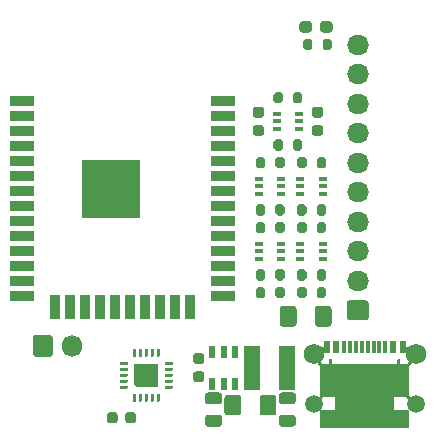
<source format=gbr>
%TF.GenerationSoftware,KiCad,Pcbnew,(5.1.9-0-10_14)*%
%TF.CreationDate,2021-06-18T08:49:31+01:00*%
%TF.ProjectId,Bell,42656c6c-2e6b-4696-9361-645f70636258,1*%
%TF.SameCoordinates,Original*%
%TF.FileFunction,Soldermask,Top*%
%TF.FilePolarity,Negative*%
%FSLAX46Y46*%
G04 Gerber Fmt 4.6, Leading zero omitted, Abs format (unit mm)*
G04 Created by KiCad (PCBNEW (5.1.9-0-10_14)) date 2021-06-18 08:49:31*
%MOMM*%
%LPD*%
G01*
G04 APERTURE LIST*
%ADD10C,0.100000*%
%ADD11R,0.600000X1.140000*%
%ADD12C,1.500000*%
%ADD13C,1.750000*%
%ADD14R,0.300000X1.140000*%
%ADD15C,0.350000*%
%ADD16O,1.850000X1.700000*%
%ADD17R,0.650000X0.400000*%
%ADD18R,2.000000X0.900000*%
%ADD19R,0.900000X2.000000*%
%ADD20R,5.000000X5.000000*%
%ADD21R,0.600000X1.100000*%
%ADD22R,1.425000X3.700000*%
%ADD23O,1.700000X1.850000*%
G04 APERTURE END LIST*
D10*
%TO.C,J1*%
G36*
X98813071Y-61015685D02*
G01*
X98825139Y-61017555D01*
X98836968Y-61020591D01*
X98848444Y-61024769D01*
X98859457Y-61030047D01*
X98869903Y-61036373D01*
X98879681Y-61043688D01*
X98888699Y-61051924D01*
X98896871Y-61061001D01*
X98904118Y-61070830D01*
X98910370Y-61081320D01*
X98915570Y-61092371D01*
X98919666Y-61103875D01*
X98922620Y-61115725D01*
X98924404Y-61127807D01*
X98925000Y-61140005D01*
X98924402Y-61152203D01*
X98922618Y-61164284D01*
X98919663Y-61176134D01*
X98915566Y-61187638D01*
X98910366Y-61198688D01*
X98904112Y-61209178D01*
X98896865Y-61219007D01*
X98888692Y-61228082D01*
X98879674Y-61236317D01*
X98869895Y-61243632D01*
X98859449Y-61249958D01*
X98848435Y-61255235D01*
X98836959Y-61259411D01*
X98825129Y-61262447D01*
X98813061Y-61264315D01*
X98800868Y-61264997D01*
X98792977Y-61265052D01*
X98723107Y-61269448D01*
X98656573Y-61280224D01*
X98591405Y-61297443D01*
X98528238Y-61320934D01*
X98467665Y-61350477D01*
X98410261Y-61385792D01*
X98356576Y-61426541D01*
X98307120Y-61472337D01*
X98262373Y-61522737D01*
X98222754Y-61577269D01*
X98188653Y-61635392D01*
X98160381Y-61696580D01*
X98138216Y-61760228D01*
X98122368Y-61825739D01*
X98112988Y-61892476D01*
X98110166Y-61959813D01*
X98113929Y-62027106D01*
X98124240Y-62093718D01*
X98141001Y-62158998D01*
X98162742Y-62218729D01*
X98164112Y-62220691D01*
X98411285Y-62510000D01*
X99001371Y-62510000D01*
X98985529Y-62258200D01*
X98985431Y-62256458D01*
X98985431Y-62253835D01*
X98985285Y-62251225D01*
X98985003Y-62210874D01*
X98985003Y-62209129D01*
X98985685Y-62196934D01*
X98987553Y-62184866D01*
X98990590Y-62173038D01*
X98994767Y-62161561D01*
X99000044Y-62150548D01*
X99006370Y-62140102D01*
X99013685Y-62130323D01*
X99021920Y-62121304D01*
X99030996Y-62113133D01*
X99040826Y-62105885D01*
X99051315Y-62099632D01*
X99062365Y-62094432D01*
X99073870Y-62090336D01*
X99085719Y-62087381D01*
X99097801Y-62085596D01*
X99109999Y-62085000D01*
X99122197Y-62085597D01*
X99134279Y-62087380D01*
X99146129Y-62090335D01*
X99157633Y-62094431D01*
X99168683Y-62099631D01*
X99179173Y-62105884D01*
X99189003Y-62113132D01*
X99198078Y-62121303D01*
X99206314Y-62130321D01*
X99213629Y-62140100D01*
X99219955Y-62150546D01*
X99225232Y-62161560D01*
X99229410Y-62173036D01*
X99232446Y-62184865D01*
X99234315Y-62196933D01*
X99234997Y-62209126D01*
X99235255Y-62245993D01*
X99251865Y-62510000D01*
X104747196Y-62510000D01*
X104751655Y-62479804D01*
X104765149Y-62203894D01*
X104765246Y-62202151D01*
X104766608Y-62190014D01*
X104769148Y-62178069D01*
X104772840Y-62166429D01*
X104777651Y-62155203D01*
X104783534Y-62144502D01*
X104790434Y-62134425D01*
X104798283Y-62125070D01*
X104807009Y-62116525D01*
X104816527Y-62108873D01*
X104826746Y-62102185D01*
X104837569Y-62096528D01*
X104848892Y-62091953D01*
X104860607Y-62088505D01*
X104872603Y-62086216D01*
X104884766Y-62085109D01*
X104896978Y-62085195D01*
X104909123Y-62086472D01*
X104921087Y-62088927D01*
X104932753Y-62092538D01*
X104944010Y-62097271D01*
X104954753Y-62103080D01*
X104964878Y-62109908D01*
X104974288Y-62117693D01*
X104982893Y-62126359D01*
X104990612Y-62135822D01*
X104997370Y-62145995D01*
X105003103Y-62156778D01*
X105007757Y-62168069D01*
X105011287Y-62179760D01*
X105013659Y-62191740D01*
X105014850Y-62203894D01*
X105014851Y-62216106D01*
X105001058Y-62498121D01*
X105000961Y-62499864D01*
X105000371Y-62505118D01*
X104999893Y-62510000D01*
X105590209Y-62510000D01*
X105631934Y-62467229D01*
X105843014Y-62203671D01*
X105861783Y-62149774D01*
X105877632Y-62084261D01*
X105887012Y-62017524D01*
X105889834Y-61950187D01*
X105886071Y-61882894D01*
X105875760Y-61816286D01*
X105858998Y-61751002D01*
X105835949Y-61687677D01*
X105806825Y-61626888D01*
X105771912Y-61569239D01*
X105731542Y-61515276D01*
X105686093Y-61465504D01*
X105636003Y-61420402D01*
X105581756Y-61380408D01*
X105523866Y-61345899D01*
X105462879Y-61317200D01*
X105399392Y-61294594D01*
X105333993Y-61278288D01*
X105267319Y-61268442D01*
X105193893Y-61264851D01*
X105192151Y-61264754D01*
X105180014Y-61263392D01*
X105168069Y-61260852D01*
X105156428Y-61257160D01*
X105145203Y-61252349D01*
X105134502Y-61246465D01*
X105124425Y-61239566D01*
X105115070Y-61231716D01*
X105106525Y-61222990D01*
X105098873Y-61213472D01*
X105092185Y-61203253D01*
X105086528Y-61192431D01*
X105081953Y-61181108D01*
X105078505Y-61169393D01*
X105076216Y-61157396D01*
X105075109Y-61145234D01*
X105075195Y-61133021D01*
X105076472Y-61120876D01*
X105078927Y-61108913D01*
X105082538Y-61097246D01*
X105087271Y-61085989D01*
X105093080Y-61075246D01*
X105099909Y-61065122D01*
X105107694Y-61055712D01*
X105116359Y-61047107D01*
X105125823Y-61039388D01*
X105135995Y-61032630D01*
X105146778Y-61026897D01*
X105158069Y-61022243D01*
X105169760Y-61018713D01*
X105181740Y-61016341D01*
X105193894Y-61015150D01*
X105206107Y-61015149D01*
X105285637Y-61019039D01*
X105287379Y-61019136D01*
X105292633Y-61019726D01*
X105297791Y-61020231D01*
X105376561Y-61031863D01*
X105378286Y-61032130D01*
X105383412Y-61033219D01*
X105388541Y-61034235D01*
X105465801Y-61053498D01*
X105467491Y-61053932D01*
X105472486Y-61055516D01*
X105477492Y-61057028D01*
X105552504Y-61083738D01*
X105554143Y-61084335D01*
X105558953Y-61086396D01*
X105563795Y-61088392D01*
X105635841Y-61122295D01*
X105637415Y-61123049D01*
X105642033Y-61125587D01*
X105646624Y-61128028D01*
X105715019Y-61168799D01*
X105716511Y-61169702D01*
X105720861Y-61172680D01*
X105725191Y-61175557D01*
X105789281Y-61222808D01*
X105790678Y-61223853D01*
X105794687Y-61227217D01*
X105798746Y-61230527D01*
X105857918Y-61283807D01*
X105859207Y-61284983D01*
X105862874Y-61288729D01*
X105866584Y-61292412D01*
X105920275Y-61351211D01*
X105921442Y-61352507D01*
X105924742Y-61356612D01*
X105928059Y-61360621D01*
X105975757Y-61424380D01*
X105976793Y-61425784D01*
X105979670Y-61430181D01*
X105982586Y-61434504D01*
X106023834Y-61502612D01*
X106024728Y-61504111D01*
X106027154Y-61508753D01*
X106029644Y-61513357D01*
X106064048Y-61585166D01*
X106064791Y-61586744D01*
X106066775Y-61591656D01*
X106068779Y-61596422D01*
X106096013Y-61671244D01*
X106096599Y-61672888D01*
X106098087Y-61677945D01*
X106099625Y-61682912D01*
X106119427Y-61760035D01*
X106119849Y-61761728D01*
X106120831Y-61766874D01*
X106121883Y-61771999D01*
X106125392Y-61794668D01*
X106190027Y-61695484D01*
X106190990Y-61694029D01*
X106198287Y-61684235D01*
X106206505Y-61675202D01*
X106215565Y-61667013D01*
X106225381Y-61659747D01*
X106235859Y-61653474D01*
X106246899Y-61648253D01*
X106258395Y-61644134D01*
X106270240Y-61641157D01*
X106282318Y-61639351D01*
X106294515Y-61638730D01*
X106306714Y-61639304D01*
X106318798Y-61641064D01*
X106330653Y-61643996D01*
X106342166Y-61648071D01*
X106353227Y-61653250D01*
X106363729Y-61659483D01*
X106373572Y-61666712D01*
X106382663Y-61674866D01*
X106390916Y-61683869D01*
X106398249Y-61693633D01*
X106404596Y-61704068D01*
X106409893Y-61715071D01*
X106414092Y-61726539D01*
X106417151Y-61738362D01*
X106419043Y-61750427D01*
X106419748Y-61762619D01*
X106419260Y-61774822D01*
X106417583Y-61786918D01*
X106414734Y-61798794D01*
X106410739Y-61810335D01*
X106405638Y-61821430D01*
X106399479Y-61831976D01*
X106134173Y-62239097D01*
X106133210Y-62240552D01*
X106130060Y-62244779D01*
X106127013Y-62248991D01*
X106059808Y-62332904D01*
X106035728Y-62385018D01*
X106034985Y-62386597D01*
X106032485Y-62391220D01*
X106030070Y-62395840D01*
X105989777Y-62464518D01*
X105988884Y-62466017D01*
X105985937Y-62470386D01*
X105983089Y-62474738D01*
X105936287Y-62539156D01*
X105935251Y-62540560D01*
X105931897Y-62544614D01*
X105928635Y-62548672D01*
X105875770Y-62608216D01*
X105874603Y-62609513D01*
X105870877Y-62613213D01*
X105867225Y-62616943D01*
X105808802Y-62671042D01*
X105807513Y-62672219D01*
X105803473Y-62675514D01*
X105799448Y-62678892D01*
X105750000Y-62716425D01*
X105750000Y-65237838D01*
X105918597Y-65361232D01*
X105919998Y-65362272D01*
X105924021Y-65365624D01*
X105928089Y-65368918D01*
X106373053Y-65766762D01*
X106374346Y-65767934D01*
X106376033Y-65769645D01*
X106377816Y-65771250D01*
X106408080Y-65801305D01*
X106409310Y-65802543D01*
X106417419Y-65811676D01*
X106424596Y-65821556D01*
X106430776Y-65832089D01*
X106435899Y-65843176D01*
X106439915Y-65854709D01*
X106442786Y-65866579D01*
X106444486Y-65878672D01*
X106444997Y-65890874D01*
X106444315Y-65903068D01*
X106442447Y-65915137D01*
X106439409Y-65926965D01*
X106435233Y-65938441D01*
X106429956Y-65949454D01*
X106423630Y-65959900D01*
X106416314Y-65969680D01*
X106408079Y-65978698D01*
X106399003Y-65986869D01*
X106389173Y-65994116D01*
X106378683Y-66000370D01*
X106367633Y-66005569D01*
X106356128Y-66009666D01*
X106344279Y-66012620D01*
X106332197Y-66014404D01*
X106319999Y-66015000D01*
X106307802Y-66014404D01*
X106295720Y-66012619D01*
X106283871Y-66009665D01*
X106272366Y-66005568D01*
X106261315Y-66000368D01*
X106250826Y-65994114D01*
X106240996Y-65986867D01*
X106231920Y-65978696D01*
X106203984Y-65950954D01*
X105766015Y-65559363D01*
X105466293Y-65340000D01*
X104500000Y-65340000D01*
X104500000Y-66440000D01*
X105750000Y-66440000D01*
X105750000Y-68000000D01*
X98250000Y-68000000D01*
X98250000Y-66440000D01*
X99500000Y-66440000D01*
X99500000Y-65340000D01*
X98532537Y-65340000D01*
X98201610Y-65585769D01*
X97763965Y-65982601D01*
X97762664Y-65983764D01*
X97753119Y-65991383D01*
X97742877Y-65998034D01*
X97732035Y-66003655D01*
X97720696Y-66008190D01*
X97708968Y-66011597D01*
X97696964Y-66013843D01*
X97684799Y-66014908D01*
X97672587Y-66014780D01*
X97660445Y-66013461D01*
X97648491Y-66010964D01*
X97636838Y-66007311D01*
X97625596Y-66002540D01*
X97614874Y-65996694D01*
X97604773Y-65989830D01*
X97595390Y-65982012D01*
X97586815Y-65973316D01*
X97579130Y-65963826D01*
X97572407Y-65953630D01*
X97566711Y-65942827D01*
X97562097Y-65931520D01*
X97558608Y-65919817D01*
X97556278Y-65907829D01*
X97555129Y-65895670D01*
X97555172Y-65883458D01*
X97556405Y-65871308D01*
X97558819Y-65859337D01*
X97562390Y-65847658D01*
X97567083Y-65836383D01*
X97572854Y-65825620D01*
X97579648Y-65815472D01*
X97587400Y-65806035D01*
X97596035Y-65797399D01*
X98038211Y-65396459D01*
X98039512Y-65395296D01*
X98043633Y-65392006D01*
X98047648Y-65388708D01*
X98250000Y-65238428D01*
X98250000Y-62716152D01*
X98210719Y-62687192D01*
X98209321Y-62686147D01*
X98205304Y-62682776D01*
X98201254Y-62679473D01*
X98142081Y-62626193D01*
X98140793Y-62625016D01*
X98137146Y-62621292D01*
X98133416Y-62617588D01*
X98079725Y-62558789D01*
X98078557Y-62557492D01*
X98075254Y-62553384D01*
X98071941Y-62549379D01*
X98024243Y-62485620D01*
X98023207Y-62484216D01*
X98020330Y-62479819D01*
X98017414Y-62475496D01*
X97976166Y-62407388D01*
X97975272Y-62405889D01*
X97972839Y-62401235D01*
X97970356Y-62396643D01*
X97944756Y-62343209D01*
X97684504Y-61970276D01*
X97683516Y-61968838D01*
X97681696Y-61965845D01*
X97679764Y-61962950D01*
X97572752Y-61784209D01*
X97571866Y-61782706D01*
X97566263Y-61771854D01*
X97561746Y-61760508D01*
X97558357Y-61748775D01*
X97556129Y-61736767D01*
X97555085Y-61724600D01*
X97555232Y-61712388D01*
X97556570Y-61700250D01*
X97559087Y-61688299D01*
X97562758Y-61676651D01*
X97567547Y-61665417D01*
X97573410Y-61654705D01*
X97580290Y-61644615D01*
X97588122Y-61635245D01*
X97596831Y-61626683D01*
X97606335Y-61619012D01*
X97616541Y-61612306D01*
X97627353Y-61606628D01*
X97638668Y-61602031D01*
X97650377Y-61598561D01*
X97662368Y-61596250D01*
X97674528Y-61595120D01*
X97686740Y-61595182D01*
X97698888Y-61596435D01*
X97710856Y-61598869D01*
X97722529Y-61602457D01*
X97733796Y-61607169D01*
X97744550Y-61612957D01*
X97754687Y-61619766D01*
X97764112Y-61627533D01*
X97772734Y-61636183D01*
X97780470Y-61645632D01*
X97787248Y-61655791D01*
X97873540Y-61799923D01*
X97875653Y-61784887D01*
X97875907Y-61783160D01*
X97876970Y-61777980D01*
X97877941Y-61772891D01*
X97896664Y-61695499D01*
X97897086Y-61693806D01*
X97898636Y-61688801D01*
X97900112Y-61683784D01*
X97926298Y-61608588D01*
X97926883Y-61606944D01*
X97928917Y-61602105D01*
X97930873Y-61597264D01*
X97964272Y-61524983D01*
X97965015Y-61523404D01*
X97967506Y-61518797D01*
X97969930Y-61514160D01*
X98010223Y-61445482D01*
X98011116Y-61443983D01*
X98014053Y-61439628D01*
X98016910Y-61435262D01*
X98063713Y-61370845D01*
X98064748Y-61369440D01*
X98068110Y-61365377D01*
X98071365Y-61361328D01*
X98124230Y-61301784D01*
X98125397Y-61300487D01*
X98129143Y-61296767D01*
X98132775Y-61293058D01*
X98191198Y-61238958D01*
X98192486Y-61237781D01*
X98196567Y-61234453D01*
X98200553Y-61231108D01*
X98263977Y-61182966D01*
X98265374Y-61181921D01*
X98269740Y-61179020D01*
X98274054Y-61176066D01*
X98341873Y-61134344D01*
X98343366Y-61133440D01*
X98348017Y-61130967D01*
X98352575Y-61128461D01*
X98424140Y-61093556D01*
X98425714Y-61092802D01*
X98430567Y-61090802D01*
X98435366Y-61088745D01*
X98509998Y-61060989D01*
X98511638Y-61060392D01*
X98516661Y-61058876D01*
X98521638Y-61057297D01*
X98598621Y-61036957D01*
X98600311Y-61036523D01*
X98605470Y-61035502D01*
X98610566Y-61034418D01*
X98689167Y-61021687D01*
X98690891Y-61021420D01*
X98696128Y-61020906D01*
X98701304Y-61020326D01*
X98780772Y-61015326D01*
X98782514Y-61015228D01*
X98785143Y-61015228D01*
X98787753Y-61015082D01*
X98799132Y-61015003D01*
X98800877Y-61015003D01*
X98813071Y-61015685D01*
G37*
D11*
X99600000Y-61140000D03*
X104400000Y-61140000D03*
D12*
X106320000Y-65890000D03*
X97680000Y-65890000D03*
D13*
X106320000Y-61720000D03*
X97680000Y-61720000D03*
D14*
X102250000Y-61140000D03*
X101750000Y-61140000D03*
X102750000Y-61140000D03*
X101250000Y-61140000D03*
X103250000Y-61140000D03*
X100750000Y-61140000D03*
X103750000Y-61140000D03*
X100250000Y-61140000D03*
D11*
X105200000Y-61140000D03*
X98800000Y-61140000D03*
%TD*%
D15*
%TO.C,U2*%
X83500000Y-63500000D03*
D10*
G36*
X84500000Y-62500000D02*
G01*
X84500000Y-64500000D01*
X82750000Y-64500000D01*
X82500000Y-64250000D01*
X82500000Y-62500000D01*
X84500000Y-62500000D01*
G37*
G36*
G01*
X81887500Y-64625000D02*
X81312500Y-64625000D01*
G75*
G02*
X81250000Y-64562500I0J62500D01*
G01*
X81250000Y-64437500D01*
G75*
G02*
X81312500Y-64375000I62500J0D01*
G01*
X81887500Y-64375000D01*
G75*
G02*
X81950000Y-64437500I0J-62500D01*
G01*
X81950000Y-64562500D01*
G75*
G02*
X81887500Y-64625000I-62500J0D01*
G01*
G37*
G36*
G01*
X81887500Y-64125000D02*
X81312500Y-64125000D01*
G75*
G02*
X81250000Y-64062500I0J62500D01*
G01*
X81250000Y-63937500D01*
G75*
G02*
X81312500Y-63875000I62500J0D01*
G01*
X81887500Y-63875000D01*
G75*
G02*
X81950000Y-63937500I0J-62500D01*
G01*
X81950000Y-64062500D01*
G75*
G02*
X81887500Y-64125000I-62500J0D01*
G01*
G37*
G36*
G01*
X81887500Y-63625000D02*
X81312500Y-63625000D01*
G75*
G02*
X81250000Y-63562500I0J62500D01*
G01*
X81250000Y-63437500D01*
G75*
G02*
X81312500Y-63375000I62500J0D01*
G01*
X81887500Y-63375000D01*
G75*
G02*
X81950000Y-63437500I0J-62500D01*
G01*
X81950000Y-63562500D01*
G75*
G02*
X81887500Y-63625000I-62500J0D01*
G01*
G37*
G36*
G01*
X81887500Y-63125000D02*
X81312500Y-63125000D01*
G75*
G02*
X81250000Y-63062500I0J62500D01*
G01*
X81250000Y-62937500D01*
G75*
G02*
X81312500Y-62875000I62500J0D01*
G01*
X81887500Y-62875000D01*
G75*
G02*
X81950000Y-62937500I0J-62500D01*
G01*
X81950000Y-63062500D01*
G75*
G02*
X81887500Y-63125000I-62500J0D01*
G01*
G37*
G36*
G01*
X81887500Y-62625000D02*
X81312500Y-62625000D01*
G75*
G02*
X81250000Y-62562500I0J62500D01*
G01*
X81250000Y-62437500D01*
G75*
G02*
X81312500Y-62375000I62500J0D01*
G01*
X81887500Y-62375000D01*
G75*
G02*
X81950000Y-62437500I0J-62500D01*
G01*
X81950000Y-62562500D01*
G75*
G02*
X81887500Y-62625000I-62500J0D01*
G01*
G37*
G36*
G01*
X82562500Y-61950000D02*
X82437500Y-61950000D01*
G75*
G02*
X82375000Y-61887500I0J62500D01*
G01*
X82375000Y-61312500D01*
G75*
G02*
X82437500Y-61250000I62500J0D01*
G01*
X82562500Y-61250000D01*
G75*
G02*
X82625000Y-61312500I0J-62500D01*
G01*
X82625000Y-61887500D01*
G75*
G02*
X82562500Y-61950000I-62500J0D01*
G01*
G37*
G36*
G01*
X83062500Y-61950000D02*
X82937500Y-61950000D01*
G75*
G02*
X82875000Y-61887500I0J62500D01*
G01*
X82875000Y-61312500D01*
G75*
G02*
X82937500Y-61250000I62500J0D01*
G01*
X83062500Y-61250000D01*
G75*
G02*
X83125000Y-61312500I0J-62500D01*
G01*
X83125000Y-61887500D01*
G75*
G02*
X83062500Y-61950000I-62500J0D01*
G01*
G37*
G36*
G01*
X83562500Y-61950000D02*
X83437500Y-61950000D01*
G75*
G02*
X83375000Y-61887500I0J62500D01*
G01*
X83375000Y-61312500D01*
G75*
G02*
X83437500Y-61250000I62500J0D01*
G01*
X83562500Y-61250000D01*
G75*
G02*
X83625000Y-61312500I0J-62500D01*
G01*
X83625000Y-61887500D01*
G75*
G02*
X83562500Y-61950000I-62500J0D01*
G01*
G37*
G36*
G01*
X84062500Y-61950000D02*
X83937500Y-61950000D01*
G75*
G02*
X83875000Y-61887500I0J62500D01*
G01*
X83875000Y-61312500D01*
G75*
G02*
X83937500Y-61250000I62500J0D01*
G01*
X84062500Y-61250000D01*
G75*
G02*
X84125000Y-61312500I0J-62500D01*
G01*
X84125000Y-61887500D01*
G75*
G02*
X84062500Y-61950000I-62500J0D01*
G01*
G37*
G36*
G01*
X84562500Y-61950000D02*
X84437500Y-61950000D01*
G75*
G02*
X84375000Y-61887500I0J62500D01*
G01*
X84375000Y-61312500D01*
G75*
G02*
X84437500Y-61250000I62500J0D01*
G01*
X84562500Y-61250000D01*
G75*
G02*
X84625000Y-61312500I0J-62500D01*
G01*
X84625000Y-61887500D01*
G75*
G02*
X84562500Y-61950000I-62500J0D01*
G01*
G37*
G36*
G01*
X85687500Y-62625000D02*
X85112500Y-62625000D01*
G75*
G02*
X85050000Y-62562500I0J62500D01*
G01*
X85050000Y-62437500D01*
G75*
G02*
X85112500Y-62375000I62500J0D01*
G01*
X85687500Y-62375000D01*
G75*
G02*
X85750000Y-62437500I0J-62500D01*
G01*
X85750000Y-62562500D01*
G75*
G02*
X85687500Y-62625000I-62500J0D01*
G01*
G37*
G36*
G01*
X85687500Y-63125000D02*
X85112500Y-63125000D01*
G75*
G02*
X85050000Y-63062500I0J62500D01*
G01*
X85050000Y-62937500D01*
G75*
G02*
X85112500Y-62875000I62500J0D01*
G01*
X85687500Y-62875000D01*
G75*
G02*
X85750000Y-62937500I0J-62500D01*
G01*
X85750000Y-63062500D01*
G75*
G02*
X85687500Y-63125000I-62500J0D01*
G01*
G37*
G36*
G01*
X85687500Y-63625000D02*
X85112500Y-63625000D01*
G75*
G02*
X85050000Y-63562500I0J62500D01*
G01*
X85050000Y-63437500D01*
G75*
G02*
X85112500Y-63375000I62500J0D01*
G01*
X85687500Y-63375000D01*
G75*
G02*
X85750000Y-63437500I0J-62500D01*
G01*
X85750000Y-63562500D01*
G75*
G02*
X85687500Y-63625000I-62500J0D01*
G01*
G37*
G36*
G01*
X85687500Y-64125000D02*
X85112500Y-64125000D01*
G75*
G02*
X85050000Y-64062500I0J62500D01*
G01*
X85050000Y-63937500D01*
G75*
G02*
X85112500Y-63875000I62500J0D01*
G01*
X85687500Y-63875000D01*
G75*
G02*
X85750000Y-63937500I0J-62500D01*
G01*
X85750000Y-64062500D01*
G75*
G02*
X85687500Y-64125000I-62500J0D01*
G01*
G37*
G36*
G01*
X85687500Y-64625000D02*
X85112500Y-64625000D01*
G75*
G02*
X85050000Y-64562500I0J62500D01*
G01*
X85050000Y-64437500D01*
G75*
G02*
X85112500Y-64375000I62500J0D01*
G01*
X85687500Y-64375000D01*
G75*
G02*
X85750000Y-64437500I0J-62500D01*
G01*
X85750000Y-64562500D01*
G75*
G02*
X85687500Y-64625000I-62500J0D01*
G01*
G37*
G36*
G01*
X84562500Y-65750000D02*
X84437500Y-65750000D01*
G75*
G02*
X84375000Y-65687500I0J62500D01*
G01*
X84375000Y-65112500D01*
G75*
G02*
X84437500Y-65050000I62500J0D01*
G01*
X84562500Y-65050000D01*
G75*
G02*
X84625000Y-65112500I0J-62500D01*
G01*
X84625000Y-65687500D01*
G75*
G02*
X84562500Y-65750000I-62500J0D01*
G01*
G37*
G36*
G01*
X84062500Y-65750000D02*
X83937500Y-65750000D01*
G75*
G02*
X83875000Y-65687500I0J62500D01*
G01*
X83875000Y-65112500D01*
G75*
G02*
X83937500Y-65050000I62500J0D01*
G01*
X84062500Y-65050000D01*
G75*
G02*
X84125000Y-65112500I0J-62500D01*
G01*
X84125000Y-65687500D01*
G75*
G02*
X84062500Y-65750000I-62500J0D01*
G01*
G37*
G36*
G01*
X83562500Y-65750000D02*
X83437500Y-65750000D01*
G75*
G02*
X83375000Y-65687500I0J62500D01*
G01*
X83375000Y-65112500D01*
G75*
G02*
X83437500Y-65050000I62500J0D01*
G01*
X83562500Y-65050000D01*
G75*
G02*
X83625000Y-65112500I0J-62500D01*
G01*
X83625000Y-65687500D01*
G75*
G02*
X83562500Y-65750000I-62500J0D01*
G01*
G37*
G36*
G01*
X83062500Y-65750000D02*
X82937500Y-65750000D01*
G75*
G02*
X82875000Y-65687500I0J62500D01*
G01*
X82875000Y-65112500D01*
G75*
G02*
X82937500Y-65050000I62500J0D01*
G01*
X83062500Y-65050000D01*
G75*
G02*
X83125000Y-65112500I0J-62500D01*
G01*
X83125000Y-65687500D01*
G75*
G02*
X83062500Y-65750000I-62500J0D01*
G01*
G37*
G36*
G01*
X82562500Y-65750000D02*
X82437500Y-65750000D01*
G75*
G02*
X82375000Y-65687500I0J62500D01*
G01*
X82375000Y-65112500D01*
G75*
G02*
X82437500Y-65050000I62500J0D01*
G01*
X82562500Y-65050000D01*
G75*
G02*
X82625000Y-65112500I0J-62500D01*
G01*
X82625000Y-65687500D01*
G75*
G02*
X82562500Y-65750000I-62500J0D01*
G01*
G37*
%TD*%
%TO.C,R1*%
G36*
G01*
X95925000Y-40275000D02*
X95925000Y-39725000D01*
G75*
G02*
X96125000Y-39525000I200000J0D01*
G01*
X96525000Y-39525000D01*
G75*
G02*
X96725000Y-39725000I0J-200000D01*
G01*
X96725000Y-40275000D01*
G75*
G02*
X96525000Y-40475000I-200000J0D01*
G01*
X96125000Y-40475000D01*
G75*
G02*
X95925000Y-40275000I0J200000D01*
G01*
G37*
G36*
G01*
X94275000Y-40275000D02*
X94275000Y-39725000D01*
G75*
G02*
X94475000Y-39525000I200000J0D01*
G01*
X94875000Y-39525000D01*
G75*
G02*
X95075000Y-39725000I0J-200000D01*
G01*
X95075000Y-40275000D01*
G75*
G02*
X94875000Y-40475000I-200000J0D01*
G01*
X94475000Y-40475000D01*
G75*
G02*
X94275000Y-40275000I0J200000D01*
G01*
G37*
%TD*%
D16*
%TO.C,J2*%
X101400000Y-35500000D03*
X101400000Y-38000000D03*
X101400000Y-40500000D03*
X101400000Y-43000000D03*
X101400000Y-45500000D03*
X101400000Y-48000000D03*
X101400000Y-50500000D03*
X101400000Y-53000000D03*
X101400000Y-55500000D03*
G36*
G01*
X102075000Y-58850000D02*
X100725000Y-58850000D01*
G75*
G02*
X100475000Y-58600000I0J250000D01*
G01*
X100475000Y-57400000D01*
G75*
G02*
X100725000Y-57150000I250000J0D01*
G01*
X102075000Y-57150000D01*
G75*
G02*
X102325000Y-57400000I0J-250000D01*
G01*
X102325000Y-58600000D01*
G75*
G02*
X102075000Y-58850000I-250000J0D01*
G01*
G37*
%TD*%
D17*
%TO.C,D1*%
X94550000Y-42650000D03*
X94550000Y-41350000D03*
X96450000Y-42000000D03*
X94550000Y-42000000D03*
X96450000Y-41350000D03*
X96450000Y-42650000D03*
%TD*%
%TO.C,C2*%
G36*
G01*
X97750000Y-42325000D02*
X98250000Y-42325000D01*
G75*
G02*
X98475000Y-42550000I0J-225000D01*
G01*
X98475000Y-43000000D01*
G75*
G02*
X98250000Y-43225000I-225000J0D01*
G01*
X97750000Y-43225000D01*
G75*
G02*
X97525000Y-43000000I0J225000D01*
G01*
X97525000Y-42550000D01*
G75*
G02*
X97750000Y-42325000I225000J0D01*
G01*
G37*
G36*
G01*
X97750000Y-40775000D02*
X98250000Y-40775000D01*
G75*
G02*
X98475000Y-41000000I0J-225000D01*
G01*
X98475000Y-41450000D01*
G75*
G02*
X98250000Y-41675000I-225000J0D01*
G01*
X97750000Y-41675000D01*
G75*
G02*
X97525000Y-41450000I0J225000D01*
G01*
X97525000Y-41000000D01*
G75*
G02*
X97750000Y-40775000I225000J0D01*
G01*
G37*
%TD*%
%TO.C,U9*%
X98450000Y-52350000D03*
X98450000Y-53650000D03*
X96550000Y-53000000D03*
X98450000Y-53000000D03*
X96550000Y-53650000D03*
X96550000Y-52350000D03*
%TD*%
%TO.C,U8*%
X94950000Y-52350000D03*
X94950000Y-53650000D03*
X93050000Y-53000000D03*
X94950000Y-53000000D03*
X93050000Y-53650000D03*
X93050000Y-52350000D03*
%TD*%
%TO.C,U7*%
X94950000Y-46850000D03*
X94950000Y-48150000D03*
X93050000Y-47500000D03*
X94950000Y-47500000D03*
X93050000Y-48150000D03*
X93050000Y-46850000D03*
%TD*%
%TO.C,U6*%
X98450000Y-46850000D03*
X98450000Y-48150000D03*
X96550000Y-47500000D03*
X98450000Y-47500000D03*
X96550000Y-48150000D03*
X96550000Y-46850000D03*
%TD*%
D18*
%TO.C,U1*%
X90000000Y-40245000D03*
X90000000Y-41515000D03*
X90000000Y-42785000D03*
X90000000Y-44055000D03*
X90000000Y-45325000D03*
X90000000Y-46595000D03*
X90000000Y-47865000D03*
X90000000Y-49135000D03*
X90000000Y-50405000D03*
X90000000Y-51675000D03*
X90000000Y-52945000D03*
X90000000Y-54215000D03*
X90000000Y-55485000D03*
X90000000Y-56755000D03*
D19*
X87215000Y-57755000D03*
X85945000Y-57755000D03*
X84675000Y-57755000D03*
X83405000Y-57755000D03*
X82135000Y-57755000D03*
X80865000Y-57755000D03*
X79595000Y-57755000D03*
X78325000Y-57755000D03*
X77055000Y-57755000D03*
X75785000Y-57755000D03*
D18*
X73000000Y-56755000D03*
X73000000Y-55485000D03*
X73000000Y-54215000D03*
X73000000Y-52945000D03*
X73000000Y-51675000D03*
X73000000Y-50405000D03*
X73000000Y-49135000D03*
X73000000Y-47865000D03*
X73000000Y-46595000D03*
X73000000Y-45325000D03*
X73000000Y-44055000D03*
X73000000Y-42785000D03*
X73000000Y-41515000D03*
X73000000Y-40245000D03*
D20*
X80500000Y-47745000D03*
%TD*%
D21*
%TO.C,Reg1*%
X91000000Y-61500000D03*
X89100000Y-61500000D03*
X90050000Y-61500000D03*
X89100000Y-64200000D03*
X90050000Y-64200000D03*
X91000000Y-64200000D03*
G36*
G01*
X94975000Y-64950000D02*
X95925000Y-64950000D01*
G75*
G02*
X96175000Y-65200000I0J-250000D01*
G01*
X96175000Y-65700000D01*
G75*
G02*
X95925000Y-65950000I-250000J0D01*
G01*
X94975000Y-65950000D01*
G75*
G02*
X94725000Y-65700000I0J250000D01*
G01*
X94725000Y-65200000D01*
G75*
G02*
X94975000Y-64950000I250000J0D01*
G01*
G37*
G36*
G01*
X94975000Y-66850000D02*
X95925000Y-66850000D01*
G75*
G02*
X96175000Y-67100000I0J-250000D01*
G01*
X96175000Y-67600000D01*
G75*
G02*
X95925000Y-67850000I-250000J0D01*
G01*
X94975000Y-67850000D01*
G75*
G02*
X94725000Y-67600000I0J250000D01*
G01*
X94725000Y-67100000D01*
G75*
G02*
X94975000Y-66850000I250000J0D01*
G01*
G37*
G36*
G01*
X88725000Y-66850000D02*
X89675000Y-66850000D01*
G75*
G02*
X89925000Y-67100000I0J-250000D01*
G01*
X89925000Y-67600000D01*
G75*
G02*
X89675000Y-67850000I-250000J0D01*
G01*
X88725000Y-67850000D01*
G75*
G02*
X88475000Y-67600000I0J250000D01*
G01*
X88475000Y-67100000D01*
G75*
G02*
X88725000Y-66850000I250000J0D01*
G01*
G37*
G36*
G01*
X88725000Y-64950000D02*
X89675000Y-64950000D01*
G75*
G02*
X89925000Y-65200000I0J-250000D01*
G01*
X89925000Y-65700000D01*
G75*
G02*
X89675000Y-65950000I-250000J0D01*
G01*
X88725000Y-65950000D01*
G75*
G02*
X88475000Y-65700000I0J250000D01*
G01*
X88475000Y-65200000D01*
G75*
G02*
X88725000Y-64950000I250000J0D01*
G01*
G37*
G36*
G01*
X88200000Y-62525000D02*
X87700000Y-62525000D01*
G75*
G02*
X87475000Y-62300000I0J225000D01*
G01*
X87475000Y-61850000D01*
G75*
G02*
X87700000Y-61625000I225000J0D01*
G01*
X88200000Y-61625000D01*
G75*
G02*
X88425000Y-61850000I0J-225000D01*
G01*
X88425000Y-62300000D01*
G75*
G02*
X88200000Y-62525000I-225000J0D01*
G01*
G37*
G36*
G01*
X88200000Y-64075000D02*
X87700000Y-64075000D01*
G75*
G02*
X87475000Y-63850000I0J225000D01*
G01*
X87475000Y-63400000D01*
G75*
G02*
X87700000Y-63175000I225000J0D01*
G01*
X88200000Y-63175000D01*
G75*
G02*
X88425000Y-63400000I0J-225000D01*
G01*
X88425000Y-63850000D01*
G75*
G02*
X88200000Y-64075000I-225000J0D01*
G01*
G37*
G36*
G01*
X90125000Y-66645626D02*
X90125000Y-65394374D01*
G75*
G02*
X90374374Y-65145000I249374J0D01*
G01*
X91300626Y-65145000D01*
G75*
G02*
X91550000Y-65394374I0J-249374D01*
G01*
X91550000Y-66645626D01*
G75*
G02*
X91300626Y-66895000I-249374J0D01*
G01*
X90374374Y-66895000D01*
G75*
G02*
X90125000Y-66645626I0J249374D01*
G01*
G37*
G36*
G01*
X93100000Y-66645626D02*
X93100000Y-65394374D01*
G75*
G02*
X93349374Y-65145000I249374J0D01*
G01*
X94275626Y-65145000D01*
G75*
G02*
X94525000Y-65394374I0J-249374D01*
G01*
X94525000Y-66645626D01*
G75*
G02*
X94275626Y-66895000I-249374J0D01*
G01*
X93349374Y-66895000D01*
G75*
G02*
X93100000Y-66645626I0J249374D01*
G01*
G37*
D22*
X95450000Y-62900000D03*
X92450000Y-62900000D03*
%TD*%
%TO.C,R17*%
G36*
G01*
X97075000Y-54725000D02*
X97075000Y-55275000D01*
G75*
G02*
X96875000Y-55475000I-200000J0D01*
G01*
X96475000Y-55475000D01*
G75*
G02*
X96275000Y-55275000I0J200000D01*
G01*
X96275000Y-54725000D01*
G75*
G02*
X96475000Y-54525000I200000J0D01*
G01*
X96875000Y-54525000D01*
G75*
G02*
X97075000Y-54725000I0J-200000D01*
G01*
G37*
G36*
G01*
X98725000Y-54725000D02*
X98725000Y-55275000D01*
G75*
G02*
X98525000Y-55475000I-200000J0D01*
G01*
X98125000Y-55475000D01*
G75*
G02*
X97925000Y-55275000I0J200000D01*
G01*
X97925000Y-54725000D01*
G75*
G02*
X98125000Y-54525000I200000J0D01*
G01*
X98525000Y-54525000D01*
G75*
G02*
X98725000Y-54725000I0J-200000D01*
G01*
G37*
%TD*%
%TO.C,R16*%
G36*
G01*
X97575000Y-35225000D02*
X97575000Y-35775000D01*
G75*
G02*
X97375000Y-35975000I-200000J0D01*
G01*
X96975000Y-35975000D01*
G75*
G02*
X96775000Y-35775000I0J200000D01*
G01*
X96775000Y-35225000D01*
G75*
G02*
X96975000Y-35025000I200000J0D01*
G01*
X97375000Y-35025000D01*
G75*
G02*
X97575000Y-35225000I0J-200000D01*
G01*
G37*
G36*
G01*
X99225000Y-35225000D02*
X99225000Y-35775000D01*
G75*
G02*
X99025000Y-35975000I-200000J0D01*
G01*
X98625000Y-35975000D01*
G75*
G02*
X98425000Y-35775000I0J200000D01*
G01*
X98425000Y-35225000D01*
G75*
G02*
X98625000Y-35025000I200000J0D01*
G01*
X99025000Y-35025000D01*
G75*
G02*
X99225000Y-35225000I0J-200000D01*
G01*
G37*
%TD*%
%TO.C,R15*%
G36*
G01*
X97925000Y-51275000D02*
X97925000Y-50725000D01*
G75*
G02*
X98125000Y-50525000I200000J0D01*
G01*
X98525000Y-50525000D01*
G75*
G02*
X98725000Y-50725000I0J-200000D01*
G01*
X98725000Y-51275000D01*
G75*
G02*
X98525000Y-51475000I-200000J0D01*
G01*
X98125000Y-51475000D01*
G75*
G02*
X97925000Y-51275000I0J200000D01*
G01*
G37*
G36*
G01*
X96275000Y-51275000D02*
X96275000Y-50725000D01*
G75*
G02*
X96475000Y-50525000I200000J0D01*
G01*
X96875000Y-50525000D01*
G75*
G02*
X97075000Y-50725000I0J-200000D01*
G01*
X97075000Y-51275000D01*
G75*
G02*
X96875000Y-51475000I-200000J0D01*
G01*
X96475000Y-51475000D01*
G75*
G02*
X96275000Y-51275000I0J200000D01*
G01*
G37*
%TD*%
%TO.C,R14*%
G36*
G01*
X93575000Y-54725000D02*
X93575000Y-55275000D01*
G75*
G02*
X93375000Y-55475000I-200000J0D01*
G01*
X92975000Y-55475000D01*
G75*
G02*
X92775000Y-55275000I0J200000D01*
G01*
X92775000Y-54725000D01*
G75*
G02*
X92975000Y-54525000I200000J0D01*
G01*
X93375000Y-54525000D01*
G75*
G02*
X93575000Y-54725000I0J-200000D01*
G01*
G37*
G36*
G01*
X95225000Y-54725000D02*
X95225000Y-55275000D01*
G75*
G02*
X95025000Y-55475000I-200000J0D01*
G01*
X94625000Y-55475000D01*
G75*
G02*
X94425000Y-55275000I0J200000D01*
G01*
X94425000Y-54725000D01*
G75*
G02*
X94625000Y-54525000I200000J0D01*
G01*
X95025000Y-54525000D01*
G75*
G02*
X95225000Y-54725000I0J-200000D01*
G01*
G37*
%TD*%
%TO.C,R10*%
G36*
G01*
X94425000Y-56775000D02*
X94425000Y-56225000D01*
G75*
G02*
X94625000Y-56025000I200000J0D01*
G01*
X95025000Y-56025000D01*
G75*
G02*
X95225000Y-56225000I0J-200000D01*
G01*
X95225000Y-56775000D01*
G75*
G02*
X95025000Y-56975000I-200000J0D01*
G01*
X94625000Y-56975000D01*
G75*
G02*
X94425000Y-56775000I0J200000D01*
G01*
G37*
G36*
G01*
X92775000Y-56775000D02*
X92775000Y-56225000D01*
G75*
G02*
X92975000Y-56025000I200000J0D01*
G01*
X93375000Y-56025000D01*
G75*
G02*
X93575000Y-56225000I0J-200000D01*
G01*
X93575000Y-56775000D01*
G75*
G02*
X93375000Y-56975000I-200000J0D01*
G01*
X92975000Y-56975000D01*
G75*
G02*
X92775000Y-56775000I0J200000D01*
G01*
G37*
%TD*%
%TO.C,R9*%
G36*
G01*
X97075000Y-56225000D02*
X97075000Y-56775000D01*
G75*
G02*
X96875000Y-56975000I-200000J0D01*
G01*
X96475000Y-56975000D01*
G75*
G02*
X96275000Y-56775000I0J200000D01*
G01*
X96275000Y-56225000D01*
G75*
G02*
X96475000Y-56025000I200000J0D01*
G01*
X96875000Y-56025000D01*
G75*
G02*
X97075000Y-56225000I0J-200000D01*
G01*
G37*
G36*
G01*
X98725000Y-56225000D02*
X98725000Y-56775000D01*
G75*
G02*
X98525000Y-56975000I-200000J0D01*
G01*
X98125000Y-56975000D01*
G75*
G02*
X97925000Y-56775000I0J200000D01*
G01*
X97925000Y-56225000D01*
G75*
G02*
X98125000Y-56025000I200000J0D01*
G01*
X98525000Y-56025000D01*
G75*
G02*
X98725000Y-56225000I0J-200000D01*
G01*
G37*
%TD*%
%TO.C,R8*%
G36*
G01*
X95075000Y-43725000D02*
X95075000Y-44275000D01*
G75*
G02*
X94875000Y-44475000I-200000J0D01*
G01*
X94475000Y-44475000D01*
G75*
G02*
X94275000Y-44275000I0J200000D01*
G01*
X94275000Y-43725000D01*
G75*
G02*
X94475000Y-43525000I200000J0D01*
G01*
X94875000Y-43525000D01*
G75*
G02*
X95075000Y-43725000I0J-200000D01*
G01*
G37*
G36*
G01*
X96725000Y-43725000D02*
X96725000Y-44275000D01*
G75*
G02*
X96525000Y-44475000I-200000J0D01*
G01*
X96125000Y-44475000D01*
G75*
G02*
X95925000Y-44275000I0J200000D01*
G01*
X95925000Y-43725000D01*
G75*
G02*
X96125000Y-43525000I200000J0D01*
G01*
X96525000Y-43525000D01*
G75*
G02*
X96725000Y-43725000I0J-200000D01*
G01*
G37*
%TD*%
%TO.C,R7*%
G36*
G01*
X94425000Y-51275000D02*
X94425000Y-50725000D01*
G75*
G02*
X94625000Y-50525000I200000J0D01*
G01*
X95025000Y-50525000D01*
G75*
G02*
X95225000Y-50725000I0J-200000D01*
G01*
X95225000Y-51275000D01*
G75*
G02*
X95025000Y-51475000I-200000J0D01*
G01*
X94625000Y-51475000D01*
G75*
G02*
X94425000Y-51275000I0J200000D01*
G01*
G37*
G36*
G01*
X92775000Y-51275000D02*
X92775000Y-50725000D01*
G75*
G02*
X92975000Y-50525000I200000J0D01*
G01*
X93375000Y-50525000D01*
G75*
G02*
X93575000Y-50725000I0J-200000D01*
G01*
X93575000Y-51275000D01*
G75*
G02*
X93375000Y-51475000I-200000J0D01*
G01*
X92975000Y-51475000D01*
G75*
G02*
X92775000Y-51275000I0J200000D01*
G01*
G37*
%TD*%
%TO.C,R6*%
G36*
G01*
X93575000Y-49225000D02*
X93575000Y-49775000D01*
G75*
G02*
X93375000Y-49975000I-200000J0D01*
G01*
X92975000Y-49975000D01*
G75*
G02*
X92775000Y-49775000I0J200000D01*
G01*
X92775000Y-49225000D01*
G75*
G02*
X92975000Y-49025000I200000J0D01*
G01*
X93375000Y-49025000D01*
G75*
G02*
X93575000Y-49225000I0J-200000D01*
G01*
G37*
G36*
G01*
X95225000Y-49225000D02*
X95225000Y-49775000D01*
G75*
G02*
X95025000Y-49975000I-200000J0D01*
G01*
X94625000Y-49975000D01*
G75*
G02*
X94425000Y-49775000I0J200000D01*
G01*
X94425000Y-49225000D01*
G75*
G02*
X94625000Y-49025000I200000J0D01*
G01*
X95025000Y-49025000D01*
G75*
G02*
X95225000Y-49225000I0J-200000D01*
G01*
G37*
%TD*%
%TO.C,R5*%
G36*
G01*
X94425000Y-45775000D02*
X94425000Y-45225000D01*
G75*
G02*
X94625000Y-45025000I200000J0D01*
G01*
X95025000Y-45025000D01*
G75*
G02*
X95225000Y-45225000I0J-200000D01*
G01*
X95225000Y-45775000D01*
G75*
G02*
X95025000Y-45975000I-200000J0D01*
G01*
X94625000Y-45975000D01*
G75*
G02*
X94425000Y-45775000I0J200000D01*
G01*
G37*
G36*
G01*
X92775000Y-45775000D02*
X92775000Y-45225000D01*
G75*
G02*
X92975000Y-45025000I200000J0D01*
G01*
X93375000Y-45025000D01*
G75*
G02*
X93575000Y-45225000I0J-200000D01*
G01*
X93575000Y-45775000D01*
G75*
G02*
X93375000Y-45975000I-200000J0D01*
G01*
X92975000Y-45975000D01*
G75*
G02*
X92775000Y-45775000I0J200000D01*
G01*
G37*
%TD*%
%TO.C,R4*%
G36*
G01*
X97075000Y-49225000D02*
X97075000Y-49775000D01*
G75*
G02*
X96875000Y-49975000I-200000J0D01*
G01*
X96475000Y-49975000D01*
G75*
G02*
X96275000Y-49775000I0J200000D01*
G01*
X96275000Y-49225000D01*
G75*
G02*
X96475000Y-49025000I200000J0D01*
G01*
X96875000Y-49025000D01*
G75*
G02*
X97075000Y-49225000I0J-200000D01*
G01*
G37*
G36*
G01*
X98725000Y-49225000D02*
X98725000Y-49775000D01*
G75*
G02*
X98525000Y-49975000I-200000J0D01*
G01*
X98125000Y-49975000D01*
G75*
G02*
X97925000Y-49775000I0J200000D01*
G01*
X97925000Y-49225000D01*
G75*
G02*
X98125000Y-49025000I200000J0D01*
G01*
X98525000Y-49025000D01*
G75*
G02*
X98725000Y-49225000I0J-200000D01*
G01*
G37*
%TD*%
%TO.C,R3*%
G36*
G01*
X97925000Y-45775000D02*
X97925000Y-45225000D01*
G75*
G02*
X98125000Y-45025000I200000J0D01*
G01*
X98525000Y-45025000D01*
G75*
G02*
X98725000Y-45225000I0J-200000D01*
G01*
X98725000Y-45775000D01*
G75*
G02*
X98525000Y-45975000I-200000J0D01*
G01*
X98125000Y-45975000D01*
G75*
G02*
X97925000Y-45775000I0J200000D01*
G01*
G37*
G36*
G01*
X96275000Y-45775000D02*
X96275000Y-45225000D01*
G75*
G02*
X96475000Y-45025000I200000J0D01*
G01*
X96875000Y-45025000D01*
G75*
G02*
X97075000Y-45225000I0J-200000D01*
G01*
X97075000Y-45775000D01*
G75*
G02*
X96875000Y-45975000I-200000J0D01*
G01*
X96475000Y-45975000D01*
G75*
G02*
X96275000Y-45775000I0J200000D01*
G01*
G37*
%TD*%
D23*
%TO.C,J4*%
X77250000Y-61000000D03*
G36*
G01*
X73900000Y-61675000D02*
X73900000Y-60325000D01*
G75*
G02*
X74150000Y-60075000I250000J0D01*
G01*
X75350000Y-60075000D01*
G75*
G02*
X75600000Y-60325000I0J-250000D01*
G01*
X75600000Y-61675000D01*
G75*
G02*
X75350000Y-61925000I-250000J0D01*
G01*
X74150000Y-61925000D01*
G75*
G02*
X73900000Y-61675000I0J250000D01*
G01*
G37*
%TD*%
%TO.C,D6*%
G36*
G01*
X97775000Y-59125000D02*
X97775000Y-57875000D01*
G75*
G02*
X98025000Y-57625000I250000J0D01*
G01*
X98950000Y-57625000D01*
G75*
G02*
X99200000Y-57875000I0J-250000D01*
G01*
X99200000Y-59125000D01*
G75*
G02*
X98950000Y-59375000I-250000J0D01*
G01*
X98025000Y-59375000D01*
G75*
G02*
X97775000Y-59125000I0J250000D01*
G01*
G37*
G36*
G01*
X94800000Y-59125000D02*
X94800000Y-57875000D01*
G75*
G02*
X95050000Y-57625000I250000J0D01*
G01*
X95975000Y-57625000D01*
G75*
G02*
X96225000Y-57875000I0J-250000D01*
G01*
X96225000Y-59125000D01*
G75*
G02*
X95975000Y-59375000I-250000J0D01*
G01*
X95050000Y-59375000D01*
G75*
G02*
X94800000Y-59125000I0J250000D01*
G01*
G37*
%TD*%
%TO.C,D5*%
G36*
G01*
X97525000Y-33762500D02*
X97525000Y-34237500D01*
G75*
G02*
X97287500Y-34475000I-237500J0D01*
G01*
X96712500Y-34475000D01*
G75*
G02*
X96475000Y-34237500I0J237500D01*
G01*
X96475000Y-33762500D01*
G75*
G02*
X96712500Y-33525000I237500J0D01*
G01*
X97287500Y-33525000D01*
G75*
G02*
X97525000Y-33762500I0J-237500D01*
G01*
G37*
G36*
G01*
X99275000Y-33762500D02*
X99275000Y-34237500D01*
G75*
G02*
X99037500Y-34475000I-237500J0D01*
G01*
X98462500Y-34475000D01*
G75*
G02*
X98225000Y-34237500I0J237500D01*
G01*
X98225000Y-33762500D01*
G75*
G02*
X98462500Y-33525000I237500J0D01*
G01*
X99037500Y-33525000D01*
G75*
G02*
X99275000Y-33762500I0J-237500D01*
G01*
G37*
%TD*%
%TO.C,C7*%
G36*
G01*
X93250000Y-41675000D02*
X92750000Y-41675000D01*
G75*
G02*
X92525000Y-41450000I0J225000D01*
G01*
X92525000Y-41000000D01*
G75*
G02*
X92750000Y-40775000I225000J0D01*
G01*
X93250000Y-40775000D01*
G75*
G02*
X93475000Y-41000000I0J-225000D01*
G01*
X93475000Y-41450000D01*
G75*
G02*
X93250000Y-41675000I-225000J0D01*
G01*
G37*
G36*
G01*
X93250000Y-43225000D02*
X92750000Y-43225000D01*
G75*
G02*
X92525000Y-43000000I0J225000D01*
G01*
X92525000Y-42550000D01*
G75*
G02*
X92750000Y-42325000I225000J0D01*
G01*
X93250000Y-42325000D01*
G75*
G02*
X93475000Y-42550000I0J-225000D01*
G01*
X93475000Y-43000000D01*
G75*
G02*
X93250000Y-43225000I-225000J0D01*
G01*
G37*
%TD*%
%TO.C,C1*%
G36*
G01*
X81725000Y-67350000D02*
X81725000Y-66850000D01*
G75*
G02*
X81950000Y-66625000I225000J0D01*
G01*
X82400000Y-66625000D01*
G75*
G02*
X82625000Y-66850000I0J-225000D01*
G01*
X82625000Y-67350000D01*
G75*
G02*
X82400000Y-67575000I-225000J0D01*
G01*
X81950000Y-67575000D01*
G75*
G02*
X81725000Y-67350000I0J225000D01*
G01*
G37*
G36*
G01*
X80175000Y-67350000D02*
X80175000Y-66850000D01*
G75*
G02*
X80400000Y-66625000I225000J0D01*
G01*
X80850000Y-66625000D01*
G75*
G02*
X81075000Y-66850000I0J-225000D01*
G01*
X81075000Y-67350000D01*
G75*
G02*
X80850000Y-67575000I-225000J0D01*
G01*
X80400000Y-67575000D01*
G75*
G02*
X80175000Y-67350000I0J225000D01*
G01*
G37*
%TD*%
M02*

</source>
